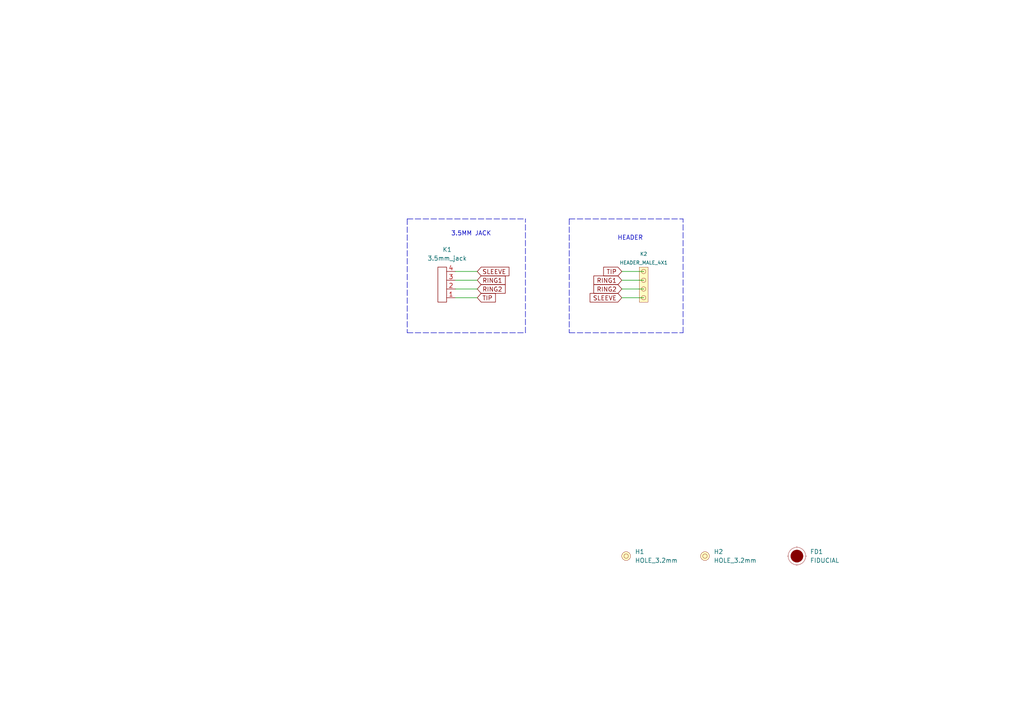
<source format=kicad_sch>
(kicad_sch (version 20210621) (generator eeschema)

  (uuid 4d4ea573-4419-42fe-8738-6d28684e2e56)

  (paper "A4")

  (title_block
    (title "3.5mm Jack breakout")
    (date "2021-09-13")
    (rev "V1.0.0.")
    (company "SOLDERED")
    (comment 1 "333088")
  )

  (lib_symbols
    (symbol "e-radionica.com schematics:3.5mm_jack" (in_bom yes) (on_board yes)
      (property "Reference" "K" (id 0) (at 0 6.604 0)
        (effects (font (size 1.27 1.27)))
      )
      (property "Value" "3.5mm_jack" (id 1) (at 0 -7.62 0)
        (effects (font (size 1.27 1.27)))
      )
      (property "Footprint" "e-radionica.com footprinti:3.5mm_jack" (id 2) (at -1.27 0 0)
        (effects (font (size 1.27 1.27)) hide)
      )
      (property "Datasheet" "" (id 3) (at -1.27 0 0)
        (effects (font (size 1.27 1.27)) hide)
      )
      (symbol "3.5mm_jack_0_1"
        (rectangle (start -1.27 5.08) (end 1.27 -5.08)
          (stroke (width 0.1524)) (fill (type none))
        )
      )
      (symbol "3.5mm_jack_1_1"
        (pin passive line (at -3.81 3.81 0) (length 2.54)
          (name "" (effects (font (size 1.27 1.27))))
          (number "1" (effects (font (size 1.27 1.27))))
        )
        (pin passive line (at -3.81 1.27 0) (length 2.54)
          (name "" (effects (font (size 1.27 1.27))))
          (number "2" (effects (font (size 1.27 1.27))))
        )
        (pin passive line (at -3.81 -1.27 0) (length 2.54)
          (name "" (effects (font (size 1.27 1.27))))
          (number "3" (effects (font (size 1.27 1.27))))
        )
        (pin passive line (at -3.81 -3.81 0) (length 2.54)
          (name "" (effects (font (size 1.27 1.27))))
          (number "4" (effects (font (size 1.27 1.27))))
        )
      )
    )
    (symbol "e-radionica.com schematics:FIDUCIAL" (in_bom no) (on_board yes)
      (property "Reference" "FD" (id 0) (at 0 3.81 0)
        (effects (font (size 1.27 1.27)))
      )
      (property "Value" "FIDUCIAL" (id 1) (at 0 -3.81 0)
        (effects (font (size 1.27 1.27)))
      )
      (property "Footprint" "e-radionica.com footprinti:FIDUCIAL_23" (id 2) (at 0.254 -5.334 0)
        (effects (font (size 1.27 1.27)) hide)
      )
      (property "Datasheet" "" (id 3) (at 0 0 0)
        (effects (font (size 1.27 1.27)) hide)
      )
      (symbol "FIDUCIAL_0_1"
        (circle (center 0 0) (radius 2.54) (stroke (width 0.0006)) (fill (type none)))
        (circle (center 0 0) (radius 1.7961) (stroke (width 0.001)) (fill (type outline)))
        (polyline
          (pts
            (xy -2.54 0)
            (xy -2.794 0)
          )
          (stroke (width 0.0006)) (fill (type none))
        )
        (polyline
          (pts
            (xy 0 -2.54)
            (xy 0 -2.794)
          )
          (stroke (width 0.0006)) (fill (type none))
        )
        (polyline
          (pts
            (xy 0 2.54)
            (xy 0 2.794)
          )
          (stroke (width 0.0006)) (fill (type none))
        )
        (polyline
          (pts
            (xy 2.54 0)
            (xy 2.794 0)
          )
          (stroke (width 0.0006)) (fill (type none))
        )
      )
    )
    (symbol "e-radionica.com schematics:HEADER_MALE_4X1" (pin_numbers hide) (pin_names hide) (in_bom yes) (on_board yes)
      (property "Reference" "K" (id 0) (at -0.635 7.62 0)
        (effects (font (size 1 1)))
      )
      (property "Value" "HEADER_MALE_4X1" (id 1) (at 0 -5.08 0)
        (effects (font (size 1 1)))
      )
      (property "Footprint" "e-radionica.com footprinti:HEADER_MALE_4X1" (id 2) (at 0 -7.62 0)
        (effects (font (size 1 1)) hide)
      )
      (property "Datasheet" "" (id 3) (at 0 -2.54 0)
        (effects (font (size 1 1)) hide)
      )
      (symbol "HEADER_MALE_4X1_0_1"
        (circle (center 0 -2.54) (radius 0.635) (stroke (width 0.0006)) (fill (type none)))
        (circle (center 0 0) (radius 0.635) (stroke (width 0.0006)) (fill (type none)))
        (circle (center 0 2.54) (radius 0.635) (stroke (width 0.0006)) (fill (type none)))
        (circle (center 0 5.08) (radius 0.635) (stroke (width 0.0006)) (fill (type none)))
        (rectangle (start 1.27 -3.81) (end -1.27 6.35)
          (stroke (width 0.001)) (fill (type background))
        )
      )
      (symbol "HEADER_MALE_4X1_1_1"
        (pin passive line (at 0 -2.54 180) (length 0)
          (name "~" (effects (font (size 1 1))))
          (number "1" (effects (font (size 1 1))))
        )
        (pin passive line (at 0 0 180) (length 0)
          (name "~" (effects (font (size 1 1))))
          (number "2" (effects (font (size 1 1))))
        )
        (pin passive line (at 0 2.54 180) (length 0)
          (name "~" (effects (font (size 1 1))))
          (number "3" (effects (font (size 1 1))))
        )
        (pin passive line (at 0 5.08 180) (length 0)
          (name "~" (effects (font (size 1 1))))
          (number "4" (effects (font (size 1 1))))
        )
      )
    )
    (symbol "e-radionica.com schematics:HOLE_3.2mm" (pin_numbers hide) (pin_names hide) (in_bom yes) (on_board yes)
      (property "Reference" "H" (id 0) (at 0 2.54 0)
        (effects (font (size 1.27 1.27)))
      )
      (property "Value" "HOLE_3.2mm" (id 1) (at 0 -2.54 0)
        (effects (font (size 1.27 1.27)))
      )
      (property "Footprint" "e-radionica.com footprinti:HOLE_3.2mm" (id 2) (at 0 0 0)
        (effects (font (size 1.27 1.27)) hide)
      )
      (property "Datasheet" "" (id 3) (at 0 0 0)
        (effects (font (size 1.27 1.27)) hide)
      )
      (symbol "HOLE_3.2mm_0_1"
        (circle (center 0 0) (radius 0.635) (stroke (width 0.0006)) (fill (type none)))
        (circle (center 0 0) (radius 1.27) (stroke (width 0.001)) (fill (type background)))
      )
    )
  )


  (wire (pts (xy 132.08 78.74) (xy 138.43 78.74))
    (stroke (width 0) (type solid) (color 0 0 0 0))
    (uuid 504cc251-8d48-495e-81b6-f29fff3cba7d)
  )
  (wire (pts (xy 132.08 81.28) (xy 138.43 81.28))
    (stroke (width 0) (type solid) (color 0 0 0 0))
    (uuid e84d48e8-74bd-4eeb-bc02-dcb739594d16)
  )
  (wire (pts (xy 132.08 83.82) (xy 138.43 83.82))
    (stroke (width 0) (type solid) (color 0 0 0 0))
    (uuid 0f6ddcc2-4c92-42aa-bb41-71a07b1d1c10)
  )
  (wire (pts (xy 132.08 86.36) (xy 138.43 86.36))
    (stroke (width 0) (type solid) (color 0 0 0 0))
    (uuid 34612f0c-6b99-4788-8ca7-df28a1c77952)
  )
  (wire (pts (xy 180.34 78.74) (xy 186.69 78.74))
    (stroke (width 0) (type solid) (color 0 0 0 0))
    (uuid 3446b0a6-5619-4540-b9e0-3f35fb42538a)
  )
  (wire (pts (xy 180.34 81.28) (xy 186.69 81.28))
    (stroke (width 0) (type solid) (color 0 0 0 0))
    (uuid 0eed3b68-b9ad-4508-8b1d-c6a2670b1b39)
  )
  (wire (pts (xy 180.34 83.82) (xy 186.69 83.82))
    (stroke (width 0) (type solid) (color 0 0 0 0))
    (uuid 1e70f4c5-7ca6-4a53-a5cd-027cb3c06eda)
  )
  (wire (pts (xy 180.34 86.36) (xy 186.69 86.36))
    (stroke (width 0) (type solid) (color 0 0 0 0))
    (uuid 8064715a-29d4-43b3-978e-5ff45d2479ae)
  )
  (polyline (pts (xy 118.11 63.5) (xy 118.11 96.52))
    (stroke (width 0) (type dash) (color 0 0 0 0))
    (uuid 07b23a9b-11db-408f-b7ca-c57849f63940)
  )
  (polyline (pts (xy 118.11 63.5) (xy 152.4 63.5))
    (stroke (width 0) (type dash) (color 0 0 0 0))
    (uuid 07b23a9b-11db-408f-b7ca-c57849f63940)
  )
  (polyline (pts (xy 118.11 96.52) (xy 152.4 96.52))
    (stroke (width 0) (type dash) (color 0 0 0 0))
    (uuid 07b23a9b-11db-408f-b7ca-c57849f63940)
  )
  (polyline (pts (xy 152.4 96.52) (xy 152.4 63.5))
    (stroke (width 0) (type dash) (color 0 0 0 0))
    (uuid 07b23a9b-11db-408f-b7ca-c57849f63940)
  )
  (polyline (pts (xy 165.1 63.5) (xy 165.1 96.52))
    (stroke (width 0) (type dash) (color 0 0 0 0))
    (uuid c95be70e-ddc2-4582-9b8e-1228d5635d2c)
  )
  (polyline (pts (xy 165.1 63.5) (xy 198.12 63.5))
    (stroke (width 0) (type dash) (color 0 0 0 0))
    (uuid c95be70e-ddc2-4582-9b8e-1228d5635d2c)
  )
  (polyline (pts (xy 165.1 96.52) (xy 198.12 96.52))
    (stroke (width 0) (type dash) (color 0 0 0 0))
    (uuid c95be70e-ddc2-4582-9b8e-1228d5635d2c)
  )
  (polyline (pts (xy 198.12 96.52) (xy 198.12 63.5))
    (stroke (width 0) (type dash) (color 0 0 0 0))
    (uuid c95be70e-ddc2-4582-9b8e-1228d5635d2c)
  )

  (text "3.5MM JACK" (at 130.81 68.58 0)
    (effects (font (size 1.27 1.27)) (justify left bottom))
    (uuid c9932a74-5570-4d89-9f85-b5477670644c)
  )
  (text "HEADER" (at 179.07 69.85 0)
    (effects (font (size 1.27 1.27)) (justify left bottom))
    (uuid 88e40bdb-21e0-4411-b409-718cfc8a5d86)
  )

  (global_label "SLEEVE" (shape input) (at 138.43 78.74 0) (fields_autoplaced)
    (effects (font (size 1.27 1.27)) (justify left))
    (uuid 4993d6a4-0976-4638-a662-58c562913dea)
    (property "Intersheet References" "${INTERSHEET_REFS}" (id 0) (at 147.6164 78.6606 0)
      (effects (font (size 1.27 1.27)) (justify left) hide)
    )
  )
  (global_label "RING1" (shape input) (at 138.43 81.28 0) (fields_autoplaced)
    (effects (font (size 1.27 1.27)) (justify left))
    (uuid 09fcc398-a550-49b7-8971-abad8510bd0b)
    (property "Intersheet References" "${INTERSHEET_REFS}" (id 0) (at 146.5279 81.3594 0)
      (effects (font (size 1.27 1.27)) (justify left) hide)
    )
  )
  (global_label "RING2" (shape input) (at 138.43 83.82 0) (fields_autoplaced)
    (effects (font (size 1.27 1.27)) (justify left))
    (uuid d64663c6-256a-4477-be82-089fd46516a3)
    (property "Intersheet References" "${INTERSHEET_REFS}" (id 0) (at 146.5279 83.7406 0)
      (effects (font (size 1.27 1.27)) (justify left) hide)
    )
  )
  (global_label "TIP" (shape input) (at 138.43 86.36 0) (fields_autoplaced)
    (effects (font (size 1.27 1.27)) (justify left))
    (uuid 689ef92e-21a3-453e-9fdb-68be11ebfa7b)
    (property "Intersheet References" "${INTERSHEET_REFS}" (id 0) (at 143.6855 86.4394 0)
      (effects (font (size 1.27 1.27)) (justify left) hide)
    )
  )
  (global_label "TIP" (shape input) (at 180.34 78.74 180) (fields_autoplaced)
    (effects (font (size 1.27 1.27)) (justify right))
    (uuid 8b2a97fc-084b-420e-b94b-f6884d4252b0)
    (property "Intersheet References" "${INTERSHEET_REFS}" (id 0) (at 175.0845 78.6606 0)
      (effects (font (size 1.27 1.27)) (justify right) hide)
    )
  )
  (global_label "RING1" (shape input) (at 180.34 81.28 180) (fields_autoplaced)
    (effects (font (size 1.27 1.27)) (justify right))
    (uuid d97b1526-80c6-4996-af9e-7eaf8078d3e4)
    (property "Intersheet References" "${INTERSHEET_REFS}" (id 0) (at 172.2421 81.2006 0)
      (effects (font (size 1.27 1.27)) (justify right) hide)
    )
  )
  (global_label "RING2" (shape input) (at 180.34 83.82 180) (fields_autoplaced)
    (effects (font (size 1.27 1.27)) (justify right))
    (uuid 8bd6a524-3435-4555-a566-4fc2b9f17c57)
    (property "Intersheet References" "${INTERSHEET_REFS}" (id 0) (at 172.2421 83.8994 0)
      (effects (font (size 1.27 1.27)) (justify right) hide)
    )
  )
  (global_label "SLEEVE" (shape input) (at 180.34 86.36 180) (fields_autoplaced)
    (effects (font (size 1.27 1.27)) (justify right))
    (uuid 6f2a92b1-58e1-4844-badb-ffc5267883a3)
    (property "Intersheet References" "${INTERSHEET_REFS}" (id 0) (at 171.1536 86.2806 0)
      (effects (font (size 1.27 1.27)) (justify right) hide)
    )
  )

  (symbol (lib_id "e-radionica.com schematics:HOLE_3.2mm") (at 181.61 161.29 0) (unit 1)
    (in_bom yes) (on_board yes) (fields_autoplaced)
    (uuid aad09f74-0687-46c1-81fa-8ce5150ff514)
    (property "Reference" "H1" (id 0) (at 184.15 160.0199 0)
      (effects (font (size 1.27 1.27)) (justify left))
    )
    (property "Value" "HOLE_3.2mm" (id 1) (at 184.15 162.5599 0)
      (effects (font (size 1.27 1.27)) (justify left))
    )
    (property "Footprint" "e-radionica.com footprinti:HOLE_3.2mm" (id 2) (at 181.61 161.29 0)
      (effects (font (size 1.27 1.27)) hide)
    )
    (property "Datasheet" "" (id 3) (at 181.61 161.29 0)
      (effects (font (size 1.27 1.27)) hide)
    )
  )

  (symbol (lib_id "e-radionica.com schematics:HOLE_3.2mm") (at 204.47 161.29 0) (unit 1)
    (in_bom yes) (on_board yes) (fields_autoplaced)
    (uuid 6c58a631-3963-48cb-b4e3-6c1fcf0a99dd)
    (property "Reference" "H2" (id 0) (at 207.01 160.0199 0)
      (effects (font (size 1.27 1.27)) (justify left))
    )
    (property "Value" "HOLE_3.2mm" (id 1) (at 207.01 162.5599 0)
      (effects (font (size 1.27 1.27)) (justify left))
    )
    (property "Footprint" "e-radionica.com footprinti:HOLE_3.2mm" (id 2) (at 204.47 161.29 0)
      (effects (font (size 1.27 1.27)) hide)
    )
    (property "Datasheet" "" (id 3) (at 204.47 161.29 0)
      (effects (font (size 1.27 1.27)) hide)
    )
  )

  (symbol (lib_id "e-radionica.com schematics:HEADER_MALE_4X1") (at 186.69 83.82 0) (unit 1)
    (in_bom yes) (on_board yes) (fields_autoplaced)
    (uuid 03e084a4-0c89-43c2-a8f7-b7cb3931c78e)
    (property "Reference" "K2" (id 0) (at 186.69 73.66 0)
      (effects (font (size 1 1)))
    )
    (property "Value" "HEADER_MALE_4X1" (id 1) (at 186.69 76.2 0)
      (effects (font (size 1 1)))
    )
    (property "Footprint" "e-radionica.com footprinti:HEADER_MALE_4X1" (id 2) (at 186.69 91.44 0)
      (effects (font (size 1 1)) hide)
    )
    (property "Datasheet" "" (id 3) (at 186.69 86.36 0)
      (effects (font (size 1 1)) hide)
    )
    (pin "1" (uuid 2531b211-3ee5-49c5-adca-56e29bfd9d2e))
    (pin "2" (uuid e84b03aa-6f5d-4326-8772-11bd3560db49))
    (pin "3" (uuid ded932be-4c11-4479-9545-cd9afadcff7e))
    (pin "4" (uuid b6ce5a84-7c71-44d1-93ba-0d9824f41605))
  )

  (symbol (lib_id "e-radionica.com schematics:FIDUCIAL") (at 231.14 161.29 0) (unit 1)
    (in_bom no) (on_board yes) (fields_autoplaced)
    (uuid 1c19e93a-7a59-44c4-b783-7529f41d7077)
    (property "Reference" "FD1" (id 0) (at 234.95 160.0199 0)
      (effects (font (size 1.27 1.27)) (justify left))
    )
    (property "Value" "FIDUCIAL" (id 1) (at 234.95 162.5599 0)
      (effects (font (size 1.27 1.27)) (justify left))
    )
    (property "Footprint" "e-radionica.com footprinti:FIDUCIAL_23" (id 2) (at 231.394 166.624 0)
      (effects (font (size 1.27 1.27)) hide)
    )
    (property "Datasheet" "" (id 3) (at 231.14 161.29 0)
      (effects (font (size 1.27 1.27)) hide)
    )
  )

  (symbol (lib_id "e-radionica.com schematics:3.5mm_jack") (at 128.27 82.55 180) (unit 1)
    (in_bom yes) (on_board yes) (fields_autoplaced)
    (uuid 8f5d78b1-6f63-4495-9128-338c262f2f6b)
    (property "Reference" "K1" (id 0) (at 129.6924 72.39 0))
    (property "Value" "3.5mm_jack" (id 1) (at 129.6924 74.93 0))
    (property "Footprint" "e-radionica.com footprinti:3.5mm_jack" (id 2) (at 129.54 82.55 0)
      (effects (font (size 1.27 1.27)) hide)
    )
    (property "Datasheet" "" (id 3) (at 129.54 82.55 0)
      (effects (font (size 1.27 1.27)) hide)
    )
    (pin "1" (uuid 4102be74-409a-4d0a-bead-eda0e64c4ccb))
    (pin "2" (uuid d4af698f-a5de-40d9-96c7-0b1f568008a3))
    (pin "3" (uuid ffb18086-5b00-41c7-b84a-2801d8e218c6))
    (pin "4" (uuid 870a37ad-b582-4906-8b49-2de9600bb4f4))
  )

  (sheet_instances
    (path "/" (page "1"))
  )

  (symbol_instances
    (path "/1c19e93a-7a59-44c4-b783-7529f41d7077"
      (reference "FD1") (unit 1) (value "FIDUCIAL") (footprint "e-radionica.com footprinti:FIDUCIAL_23")
    )
    (path "/aad09f74-0687-46c1-81fa-8ce5150ff514"
      (reference "H1") (unit 1) (value "HOLE_3.2mm") (footprint "e-radionica.com footprinti:HOLE_3.2mm")
    )
    (path "/6c58a631-3963-48cb-b4e3-6c1fcf0a99dd"
      (reference "H2") (unit 1) (value "HOLE_3.2mm") (footprint "e-radionica.com footprinti:HOLE_3.2mm")
    )
    (path "/8f5d78b1-6f63-4495-9128-338c262f2f6b"
      (reference "K1") (unit 1) (value "3.5mm_jack") (footprint "e-radionica.com footprinti:3.5mm_jack")
    )
    (path "/03e084a4-0c89-43c2-a8f7-b7cb3931c78e"
      (reference "K2") (unit 1) (value "HEADER_MALE_4X1") (footprint "e-radionica.com footprinti:HEADER_MALE_4X1")
    )
  )
)

</source>
